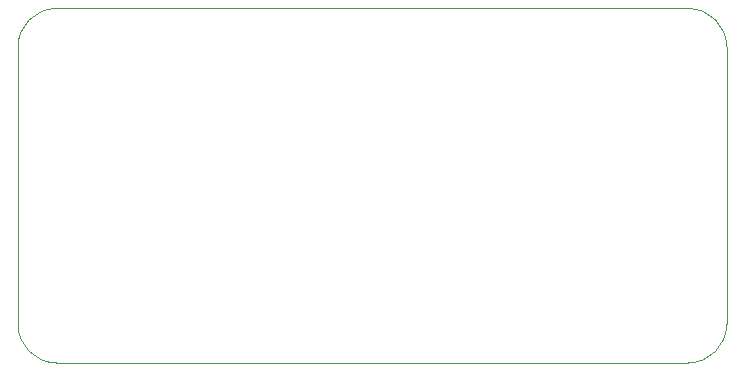
<source format=gbr>
%TF.GenerationSoftware,KiCad,Pcbnew,(6.0.7)*%
%TF.CreationDate,2023-04-17T23:48:31-04:00*%
%TF.ProjectId,minirib-usb,6d696e69-7269-4622-9d75-73622e6b6963,E*%
%TF.SameCoordinates,Original*%
%TF.FileFunction,Profile,NP*%
%FSLAX46Y46*%
G04 Gerber Fmt 4.6, Leading zero omitted, Abs format (unit mm)*
G04 Created by KiCad (PCBNEW (6.0.7)) date 2023-04-17 23:48:31*
%MOMM*%
%LPD*%
G01*
G04 APERTURE LIST*
%TA.AperFunction,Profile*%
%ADD10C,0.050000*%
%TD*%
G04 APERTURE END LIST*
D10*
X160000000Y-93250000D02*
G75*
G03*
X156750000Y-90000000I-3250000J0D01*
G01*
X100000000Y-116750000D02*
G75*
G03*
X103250000Y-120000000I3250000J0D01*
G01*
X160000000Y-93250000D02*
X160000000Y-116750000D01*
X100000000Y-116750000D02*
X100000000Y-93250000D01*
X156750000Y-120000000D02*
G75*
G03*
X160000000Y-116750000I0J3250000D01*
G01*
X103250000Y-90000000D02*
X156750000Y-90000000D01*
X103250000Y-90000000D02*
G75*
G03*
X100000000Y-93250000I0J-3250000D01*
G01*
X156750000Y-120000000D02*
X103250000Y-120000000D01*
M02*

</source>
